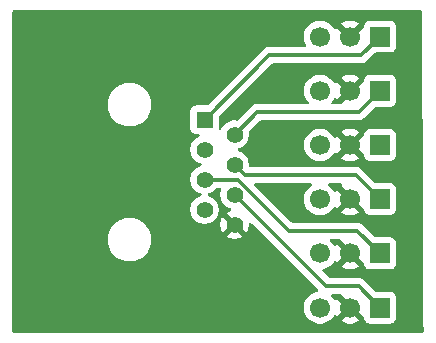
<source format=gbr>
%TF.GenerationSoftware,KiCad,Pcbnew,9.0.1*%
%TF.CreationDate,2025-04-27T11:51:01-04:00*%
%TF.ProjectId,ServoBreakout,53657276-6f42-4726-9561-6b6f75742e6b,rev?*%
%TF.SameCoordinates,Original*%
%TF.FileFunction,Copper,L1,Top*%
%TF.FilePolarity,Positive*%
%FSLAX46Y46*%
G04 Gerber Fmt 4.6, Leading zero omitted, Abs format (unit mm)*
G04 Created by KiCad (PCBNEW 9.0.1) date 2025-04-27 11:51:01*
%MOMM*%
%LPD*%
G01*
G04 APERTURE LIST*
%TA.AperFunction,ComponentPad*%
%ADD10R,1.400000X1.400000*%
%TD*%
%TA.AperFunction,ComponentPad*%
%ADD11C,1.400000*%
%TD*%
%TA.AperFunction,ComponentPad*%
%ADD12R,1.700000X1.700000*%
%TD*%
%TA.AperFunction,ComponentPad*%
%ADD13C,1.700000*%
%TD*%
%TA.AperFunction,Conductor*%
%ADD14C,0.350000*%
%TD*%
G04 APERTURE END LIST*
D10*
%TO.P,J1,1,1*%
%TO.N,Data 1*%
X114935000Y-76581000D03*
D11*
%TO.P,J1,2,2*%
%TO.N,Data 2*%
X117475000Y-77851000D03*
%TO.P,J1,3,3*%
%TO.N,Data 3*%
X114935000Y-79121000D03*
%TO.P,J1,4,4*%
%TO.N,Data 4*%
X117475000Y-80391000D03*
%TO.P,J1,5,5*%
%TO.N,Data 5*%
X114935000Y-81661000D03*
%TO.P,J1,6,6*%
%TO.N,Data 6*%
X117475000Y-82931000D03*
%TO.P,J1,7,7*%
%TO.N,GND*%
X114935000Y-84201000D03*
%TO.P,J1,8,8*%
%TO.N,+5V*%
X117475000Y-85471000D03*
%TD*%
D12*
%TO.P,Pin2,1,Pin_1*%
%TO.N,Data 2*%
X129794000Y-74132000D03*
D13*
%TO.P,Pin2,2,Pin_2*%
%TO.N,+5V*%
X127254000Y-74132000D03*
%TO.P,Pin2,3,Pin_3*%
%TO.N,GND*%
X124714000Y-74132000D03*
%TD*%
D12*
%TO.P,Pin5,1,Pin_1*%
%TO.N,Data 5*%
X129794000Y-87902000D03*
D13*
%TO.P,Pin5,2,Pin_2*%
%TO.N,+5V*%
X127254000Y-87902000D03*
%TO.P,Pin5,3,Pin_3*%
%TO.N,GND*%
X124714000Y-87902000D03*
%TD*%
D12*
%TO.P,Pin6,1,Pin_1*%
%TO.N,Data 6*%
X129794000Y-92492000D03*
D13*
%TO.P,Pin6,2,Pin_2*%
%TO.N,+5V*%
X127254000Y-92492000D03*
%TO.P,Pin6,3,Pin_3*%
%TO.N,GND*%
X124714000Y-92492000D03*
%TD*%
D12*
%TO.P,Pin4,1,Pin_1*%
%TO.N,Data 4*%
X129794000Y-83312000D03*
D13*
%TO.P,Pin4,2,Pin_2*%
%TO.N,+5V*%
X127254000Y-83312000D03*
%TO.P,Pin4,3,Pin_3*%
%TO.N,GND*%
X124714000Y-83312000D03*
%TD*%
D12*
%TO.P,Pin3,1,Pin_1*%
%TO.N,Data 3*%
X129794000Y-78722000D03*
D13*
%TO.P,Pin3,2,Pin_2*%
%TO.N,+5V*%
X127254000Y-78722000D03*
%TO.P,Pin3,3,Pin_3*%
%TO.N,GND*%
X124714000Y-78722000D03*
%TD*%
D12*
%TO.P,Pin1,1,Pin_1*%
%TO.N,Data 1*%
X129794000Y-69542000D03*
D13*
%TO.P,Pin1,2,Pin_2*%
%TO.N,+5V*%
X127254000Y-69542000D03*
%TO.P,Pin1,3,Pin_3*%
%TO.N,GND*%
X124714000Y-69542000D03*
%TD*%
D14*
%TO.N,Data 1*%
X128216000Y-71120000D02*
X129794000Y-69542000D01*
X120396000Y-71120000D02*
X128216000Y-71120000D01*
X114935000Y-76581000D02*
X120396000Y-71120000D01*
%TO.N,Data 2*%
X127980000Y-75946000D02*
X129794000Y-74132000D01*
X119380000Y-75946000D02*
X127980000Y-75946000D01*
X117475000Y-77851000D02*
X119380000Y-75946000D01*
%TO.N,Data 4*%
X127762000Y-81280000D02*
X129794000Y-83312000D01*
X118364000Y-81280000D02*
X127762000Y-81280000D01*
X117475000Y-80391000D02*
X118364000Y-81280000D01*
%TO.N,Data 6*%
X127980000Y-90678000D02*
X129794000Y-92492000D01*
X125222000Y-90678000D02*
X127980000Y-90678000D01*
X117475000Y-82931000D02*
X125222000Y-90678000D01*
%TO.N,Data 5*%
X127871000Y-85979000D02*
X129794000Y-87902000D01*
X122044694Y-85979000D02*
X127871000Y-85979000D01*
X117726694Y-81661000D02*
X122044694Y-85979000D01*
X114935000Y-81661000D02*
X117726694Y-81661000D01*
%TD*%
%TA.AperFunction,Conductor*%
%TO.N,+5V*%
G36*
X126484730Y-91373185D02*
G01*
X126505372Y-91389819D01*
X127124591Y-92009037D01*
X127061007Y-92026075D01*
X126946993Y-92091901D01*
X126853901Y-92184993D01*
X126788075Y-92299007D01*
X126771037Y-92362591D01*
X126138728Y-91730282D01*
X126138727Y-91730282D01*
X126099380Y-91784440D01*
X126099376Y-91784446D01*
X126094760Y-91793505D01*
X126046781Y-91844297D01*
X125978959Y-91861087D01*
X125912826Y-91838543D01*
X125873794Y-91793493D01*
X125869051Y-91784184D01*
X125869049Y-91784181D01*
X125869048Y-91784179D01*
X125744109Y-91612213D01*
X125697077Y-91565181D01*
X125663592Y-91503858D01*
X125668576Y-91434166D01*
X125710448Y-91378233D01*
X125775912Y-91353816D01*
X125784758Y-91353500D01*
X126417691Y-91353500D01*
X126484730Y-91373185D01*
G37*
%TD.AperFunction*%
%TA.AperFunction,Conductor*%
G36*
X126435585Y-86674185D02*
G01*
X126481340Y-86726989D01*
X126491816Y-86786262D01*
X127124591Y-87419037D01*
X127061007Y-87436075D01*
X126946993Y-87501901D01*
X126853901Y-87594993D01*
X126788075Y-87709007D01*
X126771037Y-87772591D01*
X126138728Y-87140282D01*
X126138727Y-87140282D01*
X126099380Y-87194440D01*
X126099376Y-87194446D01*
X126094760Y-87203505D01*
X126046781Y-87254297D01*
X125978959Y-87271087D01*
X125912826Y-87248543D01*
X125873794Y-87203493D01*
X125869051Y-87194184D01*
X125869049Y-87194181D01*
X125869048Y-87194179D01*
X125744109Y-87022213D01*
X125590347Y-86868451D01*
X125591348Y-86867449D01*
X125556641Y-86814265D01*
X125556153Y-86744397D01*
X125593516Y-86685357D01*
X125656867Y-86655888D01*
X125675371Y-86654500D01*
X126368546Y-86654500D01*
X126435585Y-86674185D01*
G37*
%TD.AperFunction*%
%TA.AperFunction,Conductor*%
G36*
X126509710Y-81975185D02*
G01*
X126555465Y-82027989D01*
X126565409Y-82097147D01*
X126536384Y-82160703D01*
X126515555Y-82179819D01*
X126492282Y-82196727D01*
X126492282Y-82196728D01*
X127124591Y-82829037D01*
X127061007Y-82846075D01*
X126946993Y-82911901D01*
X126853901Y-83004993D01*
X126788075Y-83119007D01*
X126771037Y-83182591D01*
X126138728Y-82550282D01*
X126138727Y-82550282D01*
X126099380Y-82604440D01*
X126099376Y-82604446D01*
X126094760Y-82613505D01*
X126046781Y-82664297D01*
X125978959Y-82681087D01*
X125912826Y-82658543D01*
X125873794Y-82613493D01*
X125869051Y-82604184D01*
X125869049Y-82604181D01*
X125869048Y-82604179D01*
X125744109Y-82432213D01*
X125593790Y-82281894D01*
X125593785Y-82281890D01*
X125453294Y-82179818D01*
X125410628Y-82124489D01*
X125404649Y-82054875D01*
X125437254Y-81993080D01*
X125498093Y-81958723D01*
X125526179Y-81955500D01*
X126442671Y-81955500D01*
X126509710Y-81975185D01*
G37*
%TD.AperFunction*%
%TA.AperFunction,Conductor*%
G36*
X126788075Y-74324993D02*
G01*
X126853901Y-74439007D01*
X126946993Y-74532099D01*
X127061007Y-74597925D01*
X127124591Y-74614962D01*
X126505372Y-75234181D01*
X126444049Y-75267666D01*
X126417691Y-75270500D01*
X125784758Y-75270500D01*
X125717719Y-75250815D01*
X125671964Y-75198011D01*
X125662020Y-75128853D01*
X125691045Y-75065297D01*
X125697077Y-75058819D01*
X125744104Y-75011792D01*
X125744106Y-75011788D01*
X125744109Y-75011786D01*
X125811515Y-74919007D01*
X125869051Y-74839816D01*
X125873793Y-74830508D01*
X125921763Y-74779711D01*
X125989583Y-74762911D01*
X126055719Y-74785445D01*
X126094763Y-74830500D01*
X126099373Y-74839547D01*
X126138728Y-74893716D01*
X126771037Y-74261408D01*
X126788075Y-74324993D01*
G37*
%TD.AperFunction*%
%TA.AperFunction,Conductor*%
G36*
X133294154Y-67322185D02*
G01*
X133339909Y-67374989D01*
X133351114Y-67425931D01*
X133433457Y-85376552D01*
X133472136Y-93808757D01*
X133475298Y-94497931D01*
X133455921Y-94565060D01*
X133403327Y-94611057D01*
X133351299Y-94622500D01*
X98795500Y-94622500D01*
X98728461Y-94602815D01*
X98682706Y-94550011D01*
X98671500Y-94498500D01*
X98671500Y-86620695D01*
X106749500Y-86620695D01*
X106749500Y-86861305D01*
X106780906Y-87099857D01*
X106826787Y-87271087D01*
X106843183Y-87332275D01*
X106935253Y-87554553D01*
X106935261Y-87554570D01*
X107055558Y-87762929D01*
X107055569Y-87762945D01*
X107202035Y-87953824D01*
X107202041Y-87953831D01*
X107372168Y-88123958D01*
X107372174Y-88123963D01*
X107563063Y-88270437D01*
X107563070Y-88270441D01*
X107771429Y-88390738D01*
X107771434Y-88390740D01*
X107771437Y-88390742D01*
X107771441Y-88390743D01*
X107771446Y-88390746D01*
X107993724Y-88482816D01*
X107993726Y-88482816D01*
X107993732Y-88482819D01*
X108226143Y-88545094D01*
X108464695Y-88576500D01*
X108464702Y-88576500D01*
X108705298Y-88576500D01*
X108705305Y-88576500D01*
X108943857Y-88545094D01*
X109176268Y-88482819D01*
X109398563Y-88390742D01*
X109606937Y-88270437D01*
X109797826Y-88123963D01*
X109967963Y-87953826D01*
X110114437Y-87762937D01*
X110234742Y-87554563D01*
X110326819Y-87332268D01*
X110389094Y-87099857D01*
X110420500Y-86861305D01*
X110420500Y-86620695D01*
X110389094Y-86382143D01*
X110326819Y-86149732D01*
X110306193Y-86099937D01*
X110234746Y-85927446D01*
X110234738Y-85927429D01*
X110114441Y-85719070D01*
X110114437Y-85719063D01*
X109996564Y-85565447D01*
X109967964Y-85528175D01*
X109967958Y-85528168D01*
X109797831Y-85358041D01*
X109797824Y-85358035D01*
X109606945Y-85211569D01*
X109606943Y-85211567D01*
X109606937Y-85211563D01*
X109606932Y-85211560D01*
X109606929Y-85211558D01*
X109398570Y-85091261D01*
X109398553Y-85091253D01*
X109176275Y-84999183D01*
X109116152Y-84983073D01*
X108943857Y-84936906D01*
X108943856Y-84936905D01*
X108943853Y-84936905D01*
X108705314Y-84905501D01*
X108705311Y-84905500D01*
X108705305Y-84905500D01*
X108464695Y-84905500D01*
X108464689Y-84905500D01*
X108464685Y-84905501D01*
X108226146Y-84936905D01*
X107993724Y-84999183D01*
X107771446Y-85091253D01*
X107771429Y-85091261D01*
X107563070Y-85211558D01*
X107563054Y-85211569D01*
X107372175Y-85358035D01*
X107372168Y-85358041D01*
X107202041Y-85528168D01*
X107202035Y-85528175D01*
X107055569Y-85719054D01*
X107055558Y-85719070D01*
X106935261Y-85927429D01*
X106935253Y-85927446D01*
X106843183Y-86149724D01*
X106780905Y-86382146D01*
X106751144Y-86608204D01*
X106749500Y-86620695D01*
X98671500Y-86620695D01*
X98671500Y-75190701D01*
X106749500Y-75190701D01*
X106749500Y-75431298D01*
X106749501Y-75431314D01*
X106780905Y-75669853D01*
X106843183Y-75902275D01*
X106935253Y-76124553D01*
X106935261Y-76124570D01*
X107055558Y-76332929D01*
X107055569Y-76332945D01*
X107202035Y-76523824D01*
X107202041Y-76523831D01*
X107372168Y-76693958D01*
X107372175Y-76693964D01*
X107430156Y-76738454D01*
X107563063Y-76840437D01*
X107563070Y-76840441D01*
X107771429Y-76960738D01*
X107771434Y-76960740D01*
X107771437Y-76960742D01*
X107771441Y-76960743D01*
X107771446Y-76960746D01*
X107993724Y-77052816D01*
X107993726Y-77052816D01*
X107993732Y-77052819D01*
X108226143Y-77115094D01*
X108464695Y-77146500D01*
X108464702Y-77146500D01*
X108705298Y-77146500D01*
X108705305Y-77146500D01*
X108943857Y-77115094D01*
X109176268Y-77052819D01*
X109398563Y-76960742D01*
X109606937Y-76840437D01*
X109797826Y-76693963D01*
X109967963Y-76523826D01*
X110114437Y-76332937D01*
X110234742Y-76124563D01*
X110326819Y-75902268D01*
X110345343Y-75833135D01*
X113734500Y-75833135D01*
X113734500Y-77328870D01*
X113734501Y-77328876D01*
X113740908Y-77388483D01*
X113791202Y-77523328D01*
X113791206Y-77523335D01*
X113877452Y-77638544D01*
X113877455Y-77638547D01*
X113992664Y-77724793D01*
X113992671Y-77724797D01*
X114127517Y-77775091D01*
X114127516Y-77775091D01*
X114134444Y-77775835D01*
X114187127Y-77781500D01*
X114403091Y-77781499D01*
X114470129Y-77801183D01*
X114515884Y-77853987D01*
X114525828Y-77923145D01*
X114496803Y-77986701D01*
X114459385Y-78015983D01*
X114305805Y-78094236D01*
X114203885Y-78168286D01*
X114152927Y-78205310D01*
X114152925Y-78205312D01*
X114152924Y-78205312D01*
X114019312Y-78338924D01*
X114019312Y-78338925D01*
X114019310Y-78338927D01*
X113997863Y-78368446D01*
X113908240Y-78491800D01*
X113822454Y-78660163D01*
X113764059Y-78839881D01*
X113734500Y-79026513D01*
X113734500Y-79215486D01*
X113764059Y-79402118D01*
X113822454Y-79581836D01*
X113908240Y-79750199D01*
X114019310Y-79903073D01*
X114152927Y-80036690D01*
X114305801Y-80147760D01*
X114385347Y-80188290D01*
X114474163Y-80233545D01*
X114474165Y-80233545D01*
X114474168Y-80233547D01*
X114563734Y-80262649D01*
X114595803Y-80273069D01*
X114653478Y-80312507D01*
X114680676Y-80376866D01*
X114668761Y-80445712D01*
X114621516Y-80497188D01*
X114595803Y-80508931D01*
X114474163Y-80548454D01*
X114305800Y-80634240D01*
X114218579Y-80697610D01*
X114152927Y-80745310D01*
X114152925Y-80745312D01*
X114152924Y-80745312D01*
X114019312Y-80878924D01*
X114019312Y-80878925D01*
X114019310Y-80878927D01*
X113972974Y-80942703D01*
X113908240Y-81031800D01*
X113822454Y-81200163D01*
X113764059Y-81379881D01*
X113734500Y-81566513D01*
X113734500Y-81755486D01*
X113764059Y-81942118D01*
X113822454Y-82121836D01*
X113872303Y-82219669D01*
X113908240Y-82290199D01*
X114019310Y-82443073D01*
X114152927Y-82576690D01*
X114305801Y-82687760D01*
X114385347Y-82728290D01*
X114474163Y-82773545D01*
X114474165Y-82773545D01*
X114474168Y-82773547D01*
X114563734Y-82802649D01*
X114595803Y-82813069D01*
X114653478Y-82852507D01*
X114680676Y-82916866D01*
X114668761Y-82985712D01*
X114621516Y-83037188D01*
X114595803Y-83048931D01*
X114474163Y-83088454D01*
X114305800Y-83174240D01*
X114218579Y-83237610D01*
X114152927Y-83285310D01*
X114152925Y-83285312D01*
X114152924Y-83285312D01*
X114019312Y-83418924D01*
X114019312Y-83418925D01*
X114019310Y-83418927D01*
X113971610Y-83484579D01*
X113908240Y-83571800D01*
X113822454Y-83740163D01*
X113764059Y-83919881D01*
X113734500Y-84106513D01*
X113734500Y-84295486D01*
X113764059Y-84482118D01*
X113822454Y-84661836D01*
X113901346Y-84816669D01*
X113908240Y-84830199D01*
X114019310Y-84983073D01*
X114152927Y-85116690D01*
X114305801Y-85227760D01*
X114383169Y-85267181D01*
X114474163Y-85313545D01*
X114474165Y-85313545D01*
X114474168Y-85313547D01*
X114523134Y-85329457D01*
X114653881Y-85371940D01*
X114840514Y-85401500D01*
X114840519Y-85401500D01*
X115029486Y-85401500D01*
X115216118Y-85371940D01*
X115258894Y-85358041D01*
X115395832Y-85313547D01*
X115564199Y-85227760D01*
X115717073Y-85116690D01*
X115850690Y-84983073D01*
X115961760Y-84830199D01*
X116047547Y-84661832D01*
X116105940Y-84482118D01*
X116114627Y-84427269D01*
X116135500Y-84295486D01*
X116135500Y-84106513D01*
X116105940Y-83919881D01*
X116047545Y-83740163D01*
X116002290Y-83651347D01*
X115961760Y-83571801D01*
X115850690Y-83418927D01*
X115717073Y-83285310D01*
X115564199Y-83174240D01*
X115395836Y-83088454D01*
X115321472Y-83064291D01*
X115274195Y-83048930D01*
X115216521Y-83009493D01*
X115189323Y-82945134D01*
X115201238Y-82876288D01*
X115248482Y-82824812D01*
X115274194Y-82813069D01*
X115395832Y-82773547D01*
X115564199Y-82687760D01*
X115717073Y-82576690D01*
X115850690Y-82443073D01*
X115890983Y-82387613D01*
X115895315Y-82384273D01*
X115897588Y-82379297D01*
X115922687Y-82363166D01*
X115946313Y-82344949D01*
X115952984Y-82343696D01*
X115956366Y-82341523D01*
X115991301Y-82336500D01*
X116235213Y-82336500D01*
X116302252Y-82356185D01*
X116348007Y-82408989D01*
X116357951Y-82478147D01*
X116353144Y-82498819D01*
X116304059Y-82649881D01*
X116274500Y-82836513D01*
X116274500Y-83025486D01*
X116304059Y-83212118D01*
X116362454Y-83391836D01*
X116420111Y-83504993D01*
X116448240Y-83560199D01*
X116559310Y-83713073D01*
X116692927Y-83846690D01*
X116845801Y-83957760D01*
X117014168Y-84043547D01*
X117136612Y-84083331D01*
X117194287Y-84122769D01*
X117221485Y-84187127D01*
X117209570Y-84255974D01*
X117162326Y-84307449D01*
X117136612Y-84319193D01*
X117014361Y-84358915D01*
X116846060Y-84444669D01*
X116820670Y-84463116D01*
X116820669Y-84463116D01*
X117386415Y-85028861D01*
X117301306Y-85051667D01*
X117198694Y-85110910D01*
X117114910Y-85194694D01*
X117055667Y-85297306D01*
X117032861Y-85382414D01*
X116467116Y-84816669D01*
X116467116Y-84816670D01*
X116448669Y-84842060D01*
X116362914Y-85010362D01*
X116304548Y-85189997D01*
X116275000Y-85376552D01*
X116275000Y-85565447D01*
X116304548Y-85752002D01*
X116362914Y-85931637D01*
X116448666Y-86099933D01*
X116467116Y-86125328D01*
X117032861Y-85559584D01*
X117055667Y-85644694D01*
X117114910Y-85747306D01*
X117198694Y-85831090D01*
X117301306Y-85890333D01*
X117386415Y-85913138D01*
X116820669Y-86478882D01*
X116820670Y-86478883D01*
X116846059Y-86497329D01*
X117014362Y-86583085D01*
X117193997Y-86641451D01*
X117380553Y-86671000D01*
X117569447Y-86671000D01*
X117756002Y-86641451D01*
X117935637Y-86583085D01*
X118103937Y-86497331D01*
X118129328Y-86478883D01*
X118129328Y-86478882D01*
X117563584Y-85913138D01*
X117648694Y-85890333D01*
X117751306Y-85831090D01*
X117835090Y-85747306D01*
X117894333Y-85644694D01*
X117917138Y-85559584D01*
X118482882Y-86125328D01*
X118482883Y-86125328D01*
X118501331Y-86099937D01*
X118587085Y-85931637D01*
X118645451Y-85752002D01*
X118675000Y-85565447D01*
X118675000Y-85385663D01*
X118694685Y-85318624D01*
X118747489Y-85272869D01*
X118816647Y-85262925D01*
X118880203Y-85291950D01*
X118886681Y-85297982D01*
X124541368Y-90952669D01*
X124574853Y-91013992D01*
X124569869Y-91083684D01*
X124527997Y-91139617D01*
X124473085Y-91162823D01*
X124397760Y-91174753D01*
X124195585Y-91240444D01*
X124006179Y-91336951D01*
X123834213Y-91461890D01*
X123683890Y-91612213D01*
X123558951Y-91784179D01*
X123462444Y-91973585D01*
X123396753Y-92175760D01*
X123363500Y-92385713D01*
X123363500Y-92598286D01*
X123396753Y-92808239D01*
X123462444Y-93010414D01*
X123558951Y-93199820D01*
X123683890Y-93371786D01*
X123834213Y-93522109D01*
X124006179Y-93647048D01*
X124006181Y-93647049D01*
X124006184Y-93647051D01*
X124195588Y-93743557D01*
X124397757Y-93809246D01*
X124607713Y-93842500D01*
X124607714Y-93842500D01*
X124820286Y-93842500D01*
X124820287Y-93842500D01*
X125030243Y-93809246D01*
X125232412Y-93743557D01*
X125421816Y-93647051D01*
X125508138Y-93584335D01*
X125593786Y-93522109D01*
X125593788Y-93522106D01*
X125593792Y-93522104D01*
X125744104Y-93371792D01*
X125744106Y-93371788D01*
X125744109Y-93371786D01*
X125826169Y-93258838D01*
X125869051Y-93199816D01*
X125873793Y-93190508D01*
X125921763Y-93139711D01*
X125989583Y-93122911D01*
X126055719Y-93145445D01*
X126094763Y-93190500D01*
X126099373Y-93199547D01*
X126138728Y-93253716D01*
X126771037Y-92621408D01*
X126788075Y-92684993D01*
X126853901Y-92799007D01*
X126946993Y-92892099D01*
X127061007Y-92957925D01*
X127124590Y-92974962D01*
X126492282Y-93607269D01*
X126492282Y-93607270D01*
X126546449Y-93646624D01*
X126735782Y-93743095D01*
X126937870Y-93808757D01*
X127147754Y-93842000D01*
X127360246Y-93842000D01*
X127570127Y-93808757D01*
X127570130Y-93808757D01*
X127772217Y-93743095D01*
X127961554Y-93646622D01*
X128015716Y-93607270D01*
X128015717Y-93607270D01*
X127383408Y-92974962D01*
X127446993Y-92957925D01*
X127561007Y-92892099D01*
X127654099Y-92799007D01*
X127719925Y-92684993D01*
X127736962Y-92621408D01*
X128407181Y-93291628D01*
X128440666Y-93352951D01*
X128443500Y-93379300D01*
X128443500Y-93389865D01*
X128443501Y-93389876D01*
X128449908Y-93449483D01*
X128500202Y-93584328D01*
X128500206Y-93584335D01*
X128586452Y-93699544D01*
X128586455Y-93699547D01*
X128701664Y-93785793D01*
X128701671Y-93785797D01*
X128836517Y-93836091D01*
X128836516Y-93836091D01*
X128843444Y-93836835D01*
X128896127Y-93842500D01*
X130691872Y-93842499D01*
X130751483Y-93836091D01*
X130886331Y-93785796D01*
X131001546Y-93699546D01*
X131087796Y-93584331D01*
X131138091Y-93449483D01*
X131144500Y-93389873D01*
X131144499Y-91594128D01*
X131138091Y-91534517D01*
X131087796Y-91399669D01*
X131087795Y-91399668D01*
X131087793Y-91399664D01*
X131001547Y-91284455D01*
X131001544Y-91284452D01*
X130886335Y-91198206D01*
X130886328Y-91198202D01*
X130751482Y-91147908D01*
X130751483Y-91147908D01*
X130691883Y-91141501D01*
X130691881Y-91141500D01*
X130691873Y-91141500D01*
X130691865Y-91141500D01*
X129450163Y-91141500D01*
X129383124Y-91121815D01*
X129362482Y-91105181D01*
X128410609Y-90153307D01*
X128410605Y-90153304D01*
X128299975Y-90079383D01*
X128299965Y-90079378D01*
X128177036Y-90028459D01*
X128177028Y-90028457D01*
X128046535Y-90002500D01*
X128046531Y-90002500D01*
X125553163Y-90002500D01*
X125486124Y-89982815D01*
X125465482Y-89966181D01*
X124933248Y-89433947D01*
X124899763Y-89372624D01*
X124904747Y-89302932D01*
X124946619Y-89246999D01*
X125001529Y-89223793D01*
X125030243Y-89219246D01*
X125232412Y-89153557D01*
X125421816Y-89057051D01*
X125508138Y-88994335D01*
X125593786Y-88932109D01*
X125593788Y-88932106D01*
X125593792Y-88932104D01*
X125744104Y-88781792D01*
X125744106Y-88781788D01*
X125744109Y-88781786D01*
X125811515Y-88689007D01*
X125869051Y-88609816D01*
X125873793Y-88600508D01*
X125921763Y-88549711D01*
X125989583Y-88532911D01*
X126055719Y-88555445D01*
X126094763Y-88600500D01*
X126099373Y-88609547D01*
X126138728Y-88663716D01*
X126771037Y-88031408D01*
X126788075Y-88094993D01*
X126853901Y-88209007D01*
X126946993Y-88302099D01*
X127061007Y-88367925D01*
X127124590Y-88384962D01*
X126492282Y-89017269D01*
X126492282Y-89017270D01*
X126546449Y-89056624D01*
X126735782Y-89153095D01*
X126937870Y-89218757D01*
X127147754Y-89252000D01*
X127360246Y-89252000D01*
X127570127Y-89218757D01*
X127570130Y-89218757D01*
X127772217Y-89153095D01*
X127961554Y-89056622D01*
X128015716Y-89017270D01*
X128015717Y-89017270D01*
X127383408Y-88384962D01*
X127446993Y-88367925D01*
X127561007Y-88302099D01*
X127654099Y-88209007D01*
X127719925Y-88094993D01*
X127736962Y-88031408D01*
X128407181Y-88701628D01*
X128440666Y-88762951D01*
X128443500Y-88789300D01*
X128443500Y-88799865D01*
X128443501Y-88799876D01*
X128449908Y-88859483D01*
X128500202Y-88994328D01*
X128500206Y-88994335D01*
X128586452Y-89109544D01*
X128586455Y-89109547D01*
X128701664Y-89195793D01*
X128701671Y-89195797D01*
X128836517Y-89246091D01*
X128836516Y-89246091D01*
X128843444Y-89246835D01*
X128896127Y-89252500D01*
X130691872Y-89252499D01*
X130751483Y-89246091D01*
X130886331Y-89195796D01*
X131001546Y-89109546D01*
X131087796Y-88994331D01*
X131138091Y-88859483D01*
X131144500Y-88799873D01*
X131144499Y-87004128D01*
X131138091Y-86944517D01*
X131109720Y-86868451D01*
X131087797Y-86809671D01*
X131087793Y-86809664D01*
X131001547Y-86694455D01*
X131001544Y-86694452D01*
X130886335Y-86608206D01*
X130886328Y-86608202D01*
X130751482Y-86557908D01*
X130751483Y-86557908D01*
X130691883Y-86551501D01*
X130691881Y-86551500D01*
X130691873Y-86551500D01*
X130691865Y-86551500D01*
X129450163Y-86551500D01*
X129383124Y-86531815D01*
X129362482Y-86515181D01*
X128301609Y-85454307D01*
X128301605Y-85454304D01*
X128190975Y-85380383D01*
X128190965Y-85380378D01*
X128068036Y-85329459D01*
X128068028Y-85329457D01*
X127937535Y-85303500D01*
X127937531Y-85303500D01*
X122375857Y-85303500D01*
X122308818Y-85283815D01*
X122288176Y-85267181D01*
X119188176Y-82167181D01*
X119154691Y-82105858D01*
X119159675Y-82036166D01*
X119201547Y-81980233D01*
X119267011Y-81955816D01*
X119275857Y-81955500D01*
X123901821Y-81955500D01*
X123968860Y-81975185D01*
X124014615Y-82027989D01*
X124024559Y-82097147D01*
X123995534Y-82160703D01*
X123974706Y-82179818D01*
X123834214Y-82281890D01*
X123834209Y-82281894D01*
X123683890Y-82432213D01*
X123558951Y-82604179D01*
X123462444Y-82793585D01*
X123396753Y-82995760D01*
X123368485Y-83174240D01*
X123363500Y-83205713D01*
X123363500Y-83418287D01*
X123396754Y-83628243D01*
X123433119Y-83740163D01*
X123462444Y-83830414D01*
X123558951Y-84019820D01*
X123683890Y-84191786D01*
X123834213Y-84342109D01*
X124006179Y-84467048D01*
X124006181Y-84467049D01*
X124006184Y-84467051D01*
X124195588Y-84563557D01*
X124397757Y-84629246D01*
X124607713Y-84662500D01*
X124607714Y-84662500D01*
X124820286Y-84662500D01*
X124820287Y-84662500D01*
X125030243Y-84629246D01*
X125232412Y-84563557D01*
X125421816Y-84467051D01*
X125508138Y-84404335D01*
X125593786Y-84342109D01*
X125593788Y-84342106D01*
X125593792Y-84342104D01*
X125744104Y-84191792D01*
X125744106Y-84191788D01*
X125744109Y-84191786D01*
X125822905Y-84083331D01*
X125869051Y-84019816D01*
X125873793Y-84010508D01*
X125921763Y-83959711D01*
X125989583Y-83942911D01*
X126055719Y-83965445D01*
X126094763Y-84010500D01*
X126099373Y-84019547D01*
X126138728Y-84073716D01*
X126771037Y-83441408D01*
X126788075Y-83504993D01*
X126853901Y-83619007D01*
X126946993Y-83712099D01*
X127061007Y-83777925D01*
X127124590Y-83794962D01*
X126492282Y-84427269D01*
X126492282Y-84427270D01*
X126546449Y-84466624D01*
X126735782Y-84563095D01*
X126937870Y-84628757D01*
X127147754Y-84662000D01*
X127360246Y-84662000D01*
X127570127Y-84628757D01*
X127570130Y-84628757D01*
X127772217Y-84563095D01*
X127961554Y-84466622D01*
X128015716Y-84427270D01*
X128015717Y-84427270D01*
X127383408Y-83794962D01*
X127446993Y-83777925D01*
X127561007Y-83712099D01*
X127654099Y-83619007D01*
X127719925Y-83504993D01*
X127736962Y-83441408D01*
X128407181Y-84111628D01*
X128440666Y-84172951D01*
X128443500Y-84199300D01*
X128443500Y-84209865D01*
X128443501Y-84209876D01*
X128449908Y-84269483D01*
X128500202Y-84404328D01*
X128500206Y-84404335D01*
X128586452Y-84519544D01*
X128586455Y-84519547D01*
X128701664Y-84605793D01*
X128701671Y-84605797D01*
X128836517Y-84656091D01*
X128836516Y-84656091D01*
X128843444Y-84656835D01*
X128896127Y-84662500D01*
X130691872Y-84662499D01*
X130751483Y-84656091D01*
X130886331Y-84605796D01*
X131001546Y-84519546D01*
X131087796Y-84404331D01*
X131138091Y-84269483D01*
X131144500Y-84209873D01*
X131144499Y-82414128D01*
X131138091Y-82354517D01*
X131134522Y-82344949D01*
X131087797Y-82219671D01*
X131087793Y-82219664D01*
X131001547Y-82104455D01*
X131001544Y-82104452D01*
X130886335Y-82018206D01*
X130886328Y-82018202D01*
X130751482Y-81967908D01*
X130751483Y-81967908D01*
X130691883Y-81961501D01*
X130691881Y-81961500D01*
X130691873Y-81961500D01*
X130691865Y-81961500D01*
X129450163Y-81961500D01*
X129383124Y-81941815D01*
X129362482Y-81925181D01*
X128192609Y-80755307D01*
X128192605Y-80755304D01*
X128081975Y-80681383D01*
X128081965Y-80681378D01*
X127959036Y-80630459D01*
X127959028Y-80630457D01*
X127828535Y-80604500D01*
X127828531Y-80604500D01*
X118799500Y-80604500D01*
X118732461Y-80584815D01*
X118686706Y-80532011D01*
X118675500Y-80480500D01*
X118675500Y-80296513D01*
X118645940Y-80109881D01*
X118587545Y-79930163D01*
X118501759Y-79761800D01*
X118494715Y-79752105D01*
X118390690Y-79608927D01*
X118257073Y-79475310D01*
X118104199Y-79364240D01*
X118081965Y-79352911D01*
X117935836Y-79278454D01*
X117861472Y-79254291D01*
X117814195Y-79238930D01*
X117756521Y-79199493D01*
X117729323Y-79135134D01*
X117741238Y-79066288D01*
X117788482Y-79014812D01*
X117814194Y-79003069D01*
X117935832Y-78963547D01*
X118104199Y-78877760D01*
X118257073Y-78766690D01*
X118390690Y-78633073D01*
X118403303Y-78615713D01*
X123363500Y-78615713D01*
X123363500Y-78828287D01*
X123396754Y-79038243D01*
X123458146Y-79227188D01*
X123462444Y-79240414D01*
X123558951Y-79429820D01*
X123683890Y-79601786D01*
X123834213Y-79752109D01*
X124006179Y-79877048D01*
X124006181Y-79877049D01*
X124006184Y-79877051D01*
X124195588Y-79973557D01*
X124397757Y-80039246D01*
X124607713Y-80072500D01*
X124607714Y-80072500D01*
X124820286Y-80072500D01*
X124820287Y-80072500D01*
X125030243Y-80039246D01*
X125232412Y-79973557D01*
X125421816Y-79877051D01*
X125508138Y-79814335D01*
X125593786Y-79752109D01*
X125593788Y-79752106D01*
X125593792Y-79752104D01*
X125744104Y-79601792D01*
X125744106Y-79601788D01*
X125744109Y-79601786D01*
X125811515Y-79509007D01*
X125869051Y-79429816D01*
X125873793Y-79420508D01*
X125921763Y-79369711D01*
X125989583Y-79352911D01*
X126055719Y-79375445D01*
X126094763Y-79420500D01*
X126099373Y-79429547D01*
X126138728Y-79483716D01*
X126771037Y-78851408D01*
X126788075Y-78914993D01*
X126853901Y-79029007D01*
X126946993Y-79122099D01*
X127061007Y-79187925D01*
X127124590Y-79204962D01*
X126492282Y-79837269D01*
X126492282Y-79837270D01*
X126546449Y-79876624D01*
X126735782Y-79973095D01*
X126937870Y-80038757D01*
X127147754Y-80072000D01*
X127360246Y-80072000D01*
X127570127Y-80038757D01*
X127570130Y-80038757D01*
X127772217Y-79973095D01*
X127961554Y-79876622D01*
X128015716Y-79837270D01*
X128015717Y-79837270D01*
X127383408Y-79204962D01*
X127446993Y-79187925D01*
X127561007Y-79122099D01*
X127654099Y-79029007D01*
X127719925Y-78914993D01*
X127736962Y-78851408D01*
X128407181Y-79521628D01*
X128440666Y-79582951D01*
X128443500Y-79609300D01*
X128443500Y-79619865D01*
X128443501Y-79619876D01*
X128449908Y-79679483D01*
X128500202Y-79814328D01*
X128500206Y-79814335D01*
X128586452Y-79929544D01*
X128586455Y-79929547D01*
X128701664Y-80015793D01*
X128701671Y-80015797D01*
X128836517Y-80066091D01*
X128836516Y-80066091D01*
X128843444Y-80066835D01*
X128896127Y-80072500D01*
X130691872Y-80072499D01*
X130751483Y-80066091D01*
X130886331Y-80015796D01*
X131001546Y-79929546D01*
X131087796Y-79814331D01*
X131138091Y-79679483D01*
X131144500Y-79619873D01*
X131144499Y-77824128D01*
X131138091Y-77764517D01*
X131135105Y-77756512D01*
X131087797Y-77629671D01*
X131087793Y-77629664D01*
X131001547Y-77514455D01*
X131001544Y-77514452D01*
X130886335Y-77428206D01*
X130886328Y-77428202D01*
X130751482Y-77377908D01*
X130751483Y-77377908D01*
X130691883Y-77371501D01*
X130691881Y-77371500D01*
X130691873Y-77371500D01*
X130691864Y-77371500D01*
X128896129Y-77371500D01*
X128896123Y-77371501D01*
X128836516Y-77377908D01*
X128701671Y-77428202D01*
X128701664Y-77428206D01*
X128586455Y-77514452D01*
X128586452Y-77514455D01*
X128500206Y-77629664D01*
X128500202Y-77629671D01*
X128449908Y-77764517D01*
X128443501Y-77824116D01*
X128443501Y-77824123D01*
X128443500Y-77824135D01*
X128443500Y-77834690D01*
X128423815Y-77901729D01*
X128407181Y-77922371D01*
X127736962Y-78592590D01*
X127719925Y-78529007D01*
X127654099Y-78414993D01*
X127561007Y-78321901D01*
X127446993Y-78256075D01*
X127383409Y-78239037D01*
X128015716Y-77606728D01*
X127961550Y-77567375D01*
X127772217Y-77470904D01*
X127570129Y-77405242D01*
X127360246Y-77372000D01*
X127147754Y-77372000D01*
X126937872Y-77405242D01*
X126937869Y-77405242D01*
X126735782Y-77470904D01*
X126546439Y-77567380D01*
X126492282Y-77606727D01*
X126492282Y-77606728D01*
X127124591Y-78239037D01*
X127061007Y-78256075D01*
X126946993Y-78321901D01*
X126853901Y-78414993D01*
X126788075Y-78529007D01*
X126771037Y-78592591D01*
X126138728Y-77960282D01*
X126138727Y-77960282D01*
X126099380Y-78014440D01*
X126099376Y-78014446D01*
X126094760Y-78023505D01*
X126046781Y-78074297D01*
X125978959Y-78091087D01*
X125912826Y-78068543D01*
X125873794Y-78023493D01*
X125869051Y-78014184D01*
X125869049Y-78014181D01*
X125869048Y-78014179D01*
X125744109Y-77842213D01*
X125593786Y-77691890D01*
X125421820Y-77566951D01*
X125232414Y-77470444D01*
X125232413Y-77470443D01*
X125232412Y-77470443D01*
X125030243Y-77404754D01*
X125030241Y-77404753D01*
X125030240Y-77404753D01*
X124868957Y-77379208D01*
X124820287Y-77371500D01*
X124607713Y-77371500D01*
X124559042Y-77379208D01*
X124397760Y-77404753D01*
X124195585Y-77470444D01*
X124006179Y-77566951D01*
X123834213Y-77691890D01*
X123683890Y-77842213D01*
X123558951Y-78014179D01*
X123462444Y-78203585D01*
X123462443Y-78203587D01*
X123462443Y-78203588D01*
X123461883Y-78205312D01*
X123396753Y-78405760D01*
X123395291Y-78414993D01*
X123363500Y-78615713D01*
X118403303Y-78615713D01*
X118501760Y-78480199D01*
X118587547Y-78311832D01*
X118645940Y-78132118D01*
X118656009Y-78068543D01*
X118675500Y-77945486D01*
X118675500Y-77756521D01*
X118675499Y-77756512D01*
X118664775Y-77688808D01*
X118673729Y-77619519D01*
X118699564Y-77581735D01*
X119623482Y-76657819D01*
X119684805Y-76624334D01*
X119711163Y-76621500D01*
X128046532Y-76621500D01*
X128046533Y-76621499D01*
X128177036Y-76595541D01*
X128299969Y-76544620D01*
X128410606Y-76470695D01*
X129362482Y-75518817D01*
X129423805Y-75485333D01*
X129450163Y-75482499D01*
X130691871Y-75482499D01*
X130691872Y-75482499D01*
X130751483Y-75476091D01*
X130886331Y-75425796D01*
X131001546Y-75339546D01*
X131087796Y-75224331D01*
X131138091Y-75089483D01*
X131144500Y-75029873D01*
X131144499Y-73234128D01*
X131138091Y-73174517D01*
X131087796Y-73039669D01*
X131087795Y-73039668D01*
X131087793Y-73039664D01*
X131001547Y-72924455D01*
X131001544Y-72924452D01*
X130886335Y-72838206D01*
X130886328Y-72838202D01*
X130751482Y-72787908D01*
X130751483Y-72787908D01*
X130691883Y-72781501D01*
X130691881Y-72781500D01*
X130691873Y-72781500D01*
X130691864Y-72781500D01*
X128896129Y-72781500D01*
X128896123Y-72781501D01*
X128836516Y-72787908D01*
X128701671Y-72838202D01*
X128701664Y-72838206D01*
X128586455Y-72924452D01*
X128586452Y-72924455D01*
X128500206Y-73039664D01*
X128500202Y-73039671D01*
X128449908Y-73174517D01*
X128443501Y-73234116D01*
X128443501Y-73234123D01*
X128443500Y-73234135D01*
X128443500Y-73244690D01*
X128423815Y-73311729D01*
X128407181Y-73332371D01*
X127736962Y-74002590D01*
X127719925Y-73939007D01*
X127654099Y-73824993D01*
X127561007Y-73731901D01*
X127446993Y-73666075D01*
X127383409Y-73649037D01*
X128015716Y-73016728D01*
X127961550Y-72977375D01*
X127772217Y-72880904D01*
X127570129Y-72815242D01*
X127360246Y-72782000D01*
X127147754Y-72782000D01*
X126937872Y-72815242D01*
X126937869Y-72815242D01*
X126735782Y-72880904D01*
X126546439Y-72977380D01*
X126492282Y-73016727D01*
X126492282Y-73016728D01*
X127124591Y-73649037D01*
X127061007Y-73666075D01*
X126946993Y-73731901D01*
X126853901Y-73824993D01*
X126788075Y-73939007D01*
X126771037Y-74002591D01*
X126138728Y-73370282D01*
X126138727Y-73370282D01*
X126099380Y-73424440D01*
X126099376Y-73424446D01*
X126094760Y-73433505D01*
X126046781Y-73484297D01*
X125978959Y-73501087D01*
X125912826Y-73478543D01*
X125873794Y-73433493D01*
X125869051Y-73424184D01*
X125869049Y-73424181D01*
X125869048Y-73424179D01*
X125744109Y-73252213D01*
X125593786Y-73101890D01*
X125421820Y-72976951D01*
X125232414Y-72880444D01*
X125232413Y-72880443D01*
X125232412Y-72880443D01*
X125030243Y-72814754D01*
X125030241Y-72814753D01*
X125030240Y-72814753D01*
X124868957Y-72789208D01*
X124820287Y-72781500D01*
X124607713Y-72781500D01*
X124559042Y-72789208D01*
X124397760Y-72814753D01*
X124195585Y-72880444D01*
X124006179Y-72976951D01*
X123834213Y-73101890D01*
X123683890Y-73252213D01*
X123558951Y-73424179D01*
X123462444Y-73613585D01*
X123396753Y-73815760D01*
X123363500Y-74025713D01*
X123363500Y-74238286D01*
X123396753Y-74448239D01*
X123462444Y-74650414D01*
X123558951Y-74839820D01*
X123683890Y-75011786D01*
X123730923Y-75058819D01*
X123764408Y-75120142D01*
X123759424Y-75189834D01*
X123717552Y-75245767D01*
X123652088Y-75270184D01*
X123643242Y-75270500D01*
X119313464Y-75270500D01*
X119182971Y-75296457D01*
X119182963Y-75296459D01*
X119060034Y-75347378D01*
X119060024Y-75347383D01*
X118949394Y-75421304D01*
X118949390Y-75421307D01*
X117744266Y-76626431D01*
X117682943Y-76659916D01*
X117637187Y-76661223D01*
X117569486Y-76650500D01*
X117569481Y-76650500D01*
X117380519Y-76650500D01*
X117380514Y-76650500D01*
X117193881Y-76680059D01*
X117014163Y-76738454D01*
X116845800Y-76824240D01*
X116823502Y-76840441D01*
X116692927Y-76935310D01*
X116692925Y-76935312D01*
X116692924Y-76935312D01*
X116559312Y-77068924D01*
X116559312Y-77068925D01*
X116559310Y-77068927D01*
X116525768Y-77115094D01*
X116448236Y-77221805D01*
X116369983Y-77375385D01*
X116322009Y-77426181D01*
X116254188Y-77442976D01*
X116188053Y-77420438D01*
X116144602Y-77365723D01*
X116135499Y-77319095D01*
X116135499Y-76387161D01*
X116155184Y-76320123D01*
X116171813Y-76299486D01*
X120639482Y-71831819D01*
X120700805Y-71798334D01*
X120727163Y-71795500D01*
X128282532Y-71795500D01*
X128282533Y-71795499D01*
X128413036Y-71769541D01*
X128535969Y-71718620D01*
X128646606Y-71644695D01*
X129362482Y-70928817D01*
X129423805Y-70895333D01*
X129450163Y-70892499D01*
X130691871Y-70892499D01*
X130691872Y-70892499D01*
X130751483Y-70886091D01*
X130886331Y-70835796D01*
X131001546Y-70749546D01*
X131087796Y-70634331D01*
X131138091Y-70499483D01*
X131144500Y-70439873D01*
X131144499Y-68644128D01*
X131138091Y-68584517D01*
X131087796Y-68449669D01*
X131087795Y-68449668D01*
X131087793Y-68449664D01*
X131001547Y-68334455D01*
X131001544Y-68334452D01*
X130886335Y-68248206D01*
X130886328Y-68248202D01*
X130751482Y-68197908D01*
X130751483Y-68197908D01*
X130691883Y-68191501D01*
X130691881Y-68191500D01*
X130691873Y-68191500D01*
X130691864Y-68191500D01*
X128896129Y-68191500D01*
X128896123Y-68191501D01*
X128836516Y-68197908D01*
X128701671Y-68248202D01*
X128701664Y-68248206D01*
X128586455Y-68334452D01*
X128586452Y-68334455D01*
X128500206Y-68449664D01*
X128500202Y-68449671D01*
X128449908Y-68584517D01*
X128443501Y-68644116D01*
X128443501Y-68644123D01*
X128443500Y-68644135D01*
X128443500Y-68654690D01*
X128423815Y-68721729D01*
X128407181Y-68742371D01*
X127736962Y-69412589D01*
X127719925Y-69349007D01*
X127654099Y-69234993D01*
X127561007Y-69141901D01*
X127446993Y-69076075D01*
X127383409Y-69059037D01*
X128015716Y-68426728D01*
X127961550Y-68387375D01*
X127772217Y-68290904D01*
X127570129Y-68225242D01*
X127360246Y-68192000D01*
X127147754Y-68192000D01*
X126937872Y-68225242D01*
X126937869Y-68225242D01*
X126735782Y-68290904D01*
X126546439Y-68387380D01*
X126492282Y-68426727D01*
X126492282Y-68426728D01*
X127124591Y-69059037D01*
X127061007Y-69076075D01*
X126946993Y-69141901D01*
X126853901Y-69234993D01*
X126788075Y-69349007D01*
X126771037Y-69412591D01*
X126138728Y-68780282D01*
X126138727Y-68780282D01*
X126099380Y-68834440D01*
X126099376Y-68834446D01*
X126094760Y-68843505D01*
X126046781Y-68894297D01*
X125978959Y-68911087D01*
X125912826Y-68888543D01*
X125873794Y-68843493D01*
X125869051Y-68834184D01*
X125869049Y-68834181D01*
X125869048Y-68834179D01*
X125744109Y-68662213D01*
X125593786Y-68511890D01*
X125421820Y-68386951D01*
X125232414Y-68290444D01*
X125232413Y-68290443D01*
X125232412Y-68290443D01*
X125030243Y-68224754D01*
X125030241Y-68224753D01*
X125030240Y-68224753D01*
X124868957Y-68199208D01*
X124820287Y-68191500D01*
X124607713Y-68191500D01*
X124559042Y-68199208D01*
X124397760Y-68224753D01*
X124195585Y-68290444D01*
X124006179Y-68386951D01*
X123834213Y-68511890D01*
X123683890Y-68662213D01*
X123558951Y-68834179D01*
X123462444Y-69023585D01*
X123396753Y-69225760D01*
X123363500Y-69435713D01*
X123363500Y-69648286D01*
X123396753Y-69858239D01*
X123462444Y-70060414D01*
X123558953Y-70249824D01*
X123561495Y-70253972D01*
X123559955Y-70254915D01*
X123580829Y-70313430D01*
X123564999Y-70381482D01*
X123514890Y-70430174D01*
X123457031Y-70444500D01*
X120329467Y-70444500D01*
X120198969Y-70470458D01*
X120198959Y-70470461D01*
X120076038Y-70521376D01*
X120076025Y-70521383D01*
X120000117Y-70572104D01*
X120000116Y-70572105D01*
X119965391Y-70595306D01*
X115216516Y-75344181D01*
X115155193Y-75377666D01*
X115128835Y-75380500D01*
X114187129Y-75380500D01*
X114187123Y-75380501D01*
X114127516Y-75386908D01*
X113992671Y-75437202D01*
X113992664Y-75437206D01*
X113877455Y-75523452D01*
X113877452Y-75523455D01*
X113791206Y-75638664D01*
X113791202Y-75638671D01*
X113740908Y-75773517D01*
X113734501Y-75833116D01*
X113734500Y-75833135D01*
X110345343Y-75833135D01*
X110389094Y-75669857D01*
X110420500Y-75431305D01*
X110420500Y-75190695D01*
X110389094Y-74952143D01*
X110326819Y-74719732D01*
X110290479Y-74632000D01*
X110234746Y-74497446D01*
X110234738Y-74497429D01*
X110114441Y-74289070D01*
X110114437Y-74289063D01*
X109967963Y-74098174D01*
X109967958Y-74098168D01*
X109797831Y-73928041D01*
X109797824Y-73928035D01*
X109606945Y-73781569D01*
X109606943Y-73781567D01*
X109606937Y-73781563D01*
X109606932Y-73781560D01*
X109606929Y-73781558D01*
X109398570Y-73661261D01*
X109398553Y-73661253D01*
X109176275Y-73569183D01*
X108943853Y-73506905D01*
X108705314Y-73475501D01*
X108705311Y-73475500D01*
X108705305Y-73475500D01*
X108464695Y-73475500D01*
X108464689Y-73475500D01*
X108464685Y-73475501D01*
X108226146Y-73506905D01*
X107993724Y-73569183D01*
X107771446Y-73661253D01*
X107771429Y-73661261D01*
X107563070Y-73781558D01*
X107563054Y-73781569D01*
X107372175Y-73928035D01*
X107372168Y-73928041D01*
X107202041Y-74098168D01*
X107202035Y-74098175D01*
X107055569Y-74289054D01*
X107055558Y-74289070D01*
X106935261Y-74497429D01*
X106935253Y-74497446D01*
X106843183Y-74719724D01*
X106780905Y-74952146D01*
X106749501Y-75190685D01*
X106749500Y-75190701D01*
X98671500Y-75190701D01*
X98671500Y-67426500D01*
X98691185Y-67359461D01*
X98743989Y-67313706D01*
X98795500Y-67302500D01*
X133227115Y-67302500D01*
X133294154Y-67322185D01*
G37*
%TD.AperFunction*%
%TD*%
M02*

</source>
